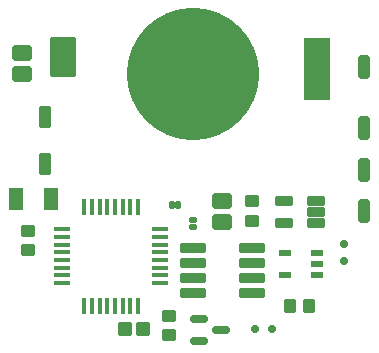
<source format=gbr>
%TF.GenerationSoftware,KiCad,Pcbnew,9.0.1*%
%TF.CreationDate,2025-06-29T22:28:52-07:00*%
%TF.ProjectId,Complete,436f6d70-6c65-4746-952e-6b696361645f,rev?*%
%TF.SameCoordinates,Original*%
%TF.FileFunction,Soldermask,Bot*%
%TF.FilePolarity,Negative*%
%FSLAX46Y46*%
G04 Gerber Fmt 4.6, Leading zero omitted, Abs format (unit mm)*
G04 Created by KiCad (PCBNEW 9.0.1) date 2025-06-29 22:28:52*
%MOMM*%
%LPD*%
G01*
G04 APERTURE LIST*
G04 Aperture macros list*
%AMRoundRect*
0 Rectangle with rounded corners*
0 $1 Rounding radius*
0 $2 $3 $4 $5 $6 $7 $8 $9 X,Y pos of 4 corners*
0 Add a 4 corners polygon primitive as box body*
4,1,4,$2,$3,$4,$5,$6,$7,$8,$9,$2,$3,0*
0 Add four circle primitives for the rounded corners*
1,1,$1+$1,$2,$3*
1,1,$1+$1,$4,$5*
1,1,$1+$1,$6,$7*
1,1,$1+$1,$8,$9*
0 Add four rect primitives between the rounded corners*
20,1,$1+$1,$2,$3,$4,$5,0*
20,1,$1+$1,$4,$5,$6,$7,0*
20,1,$1+$1,$6,$7,$8,$9,0*
20,1,$1+$1,$8,$9,$2,$3,0*%
G04 Aperture macros list end*
%ADD10RoundRect,0.150000X-0.350000X0.802500X-0.350000X-0.802500X0.350000X-0.802500X0.350000X0.802500X0*%
%ADD11RoundRect,0.150000X-0.587500X-0.150000X0.587500X-0.150000X0.587500X0.150000X-0.587500X0.150000X0*%
%ADD12R,1.346200X0.400000*%
%ADD13R,0.400000X1.346200*%
%ADD14RoundRect,0.150000X-0.150000X-0.200000X0.150000X-0.200000X0.150000X0.200000X-0.150000X0.200000X0*%
%ADD15RoundRect,0.102000X0.660400X0.279400X-0.660400X0.279400X-0.660400X-0.279400X0.660400X-0.279400X0*%
%ADD16RoundRect,0.150000X0.350000X0.850000X-0.350000X0.850000X-0.350000X-0.850000X0.350000X-0.850000X0*%
%ADD17RoundRect,0.144117X0.336272X0.855883X-0.336272X0.855883X-0.336272X-0.855883X0.336272X-0.855883X0*%
%ADD18RoundRect,0.102000X-0.445000X-0.465000X0.445000X-0.465000X0.445000X0.465000X-0.445000X0.465000X0*%
%ADD19C,11.204000*%
%ADD20RoundRect,0.102000X1.000000X2.550000X-1.000000X2.550000X-1.000000X-2.550000X1.000000X-2.550000X0*%
%ADD21RoundRect,0.102000X1.000000X1.550000X-1.000000X1.550000X-1.000000X-1.550000X1.000000X-1.550000X0*%
%ADD22RoundRect,0.102000X0.465000X-0.445000X0.465000X0.445000X-0.465000X0.445000X-0.465000X-0.445000X0*%
%ADD23RoundRect,0.102000X-0.465000X0.445000X-0.465000X-0.445000X0.465000X-0.445000X0.465000X0.445000X0*%
%ADD24RoundRect,0.102000X0.450000X0.485000X-0.450000X0.485000X-0.450000X-0.485000X0.450000X-0.485000X0*%
%ADD25RoundRect,0.102000X0.710000X-0.540000X0.710000X0.540000X-0.710000X0.540000X-0.710000X-0.540000X0*%
%ADD26RoundRect,0.102000X-0.710000X0.540000X-0.710000X-0.540000X0.710000X-0.540000X0.710000X0.540000X0*%
%ADD27RoundRect,0.133500X0.168500X-0.133500X0.168500X0.133500X-0.168500X0.133500X-0.168500X-0.133500X0*%
%ADD28RoundRect,0.146000X0.156000X-0.146000X0.156000X0.146000X-0.156000X0.146000X-0.156000X-0.146000X0*%
%ADD29RoundRect,0.102000X-0.485000X-0.865000X0.485000X-0.865000X0.485000X0.865000X-0.485000X0.865000X0*%
%ADD30RoundRect,0.099250X0.987750X0.297750X-0.987750X0.297750X-0.987750X-0.297750X0.987750X-0.297750X0*%
%ADD31RoundRect,0.150000X-0.200000X0.150000X-0.200000X-0.150000X0.200000X-0.150000X0.200000X0.150000X0*%
%ADD32R,0.977900X0.508000*%
%ADD33RoundRect,0.133500X-0.133500X-0.168500X0.133500X-0.168500X0.133500X0.168500X-0.133500X0.168500X0*%
%ADD34RoundRect,0.146000X-0.146000X-0.156000X0.146000X-0.156000X0.146000X0.156000X-0.146000X0.156000X0*%
G04 APERTURE END LIST*
D10*
%TO.C,BB_B1*%
X213500000Y-87500000D03*
X213500000Y-83500000D03*
%TD*%
D11*
%TO.C,Q1*%
X226500000Y-102500000D03*
X226500000Y-100600000D03*
X228375001Y-101550000D03*
%TD*%
D12*
%TO.C,U2*%
X223247500Y-93046201D03*
X223247500Y-93696199D03*
X223247500Y-94346201D03*
X223247500Y-94996199D03*
X223247500Y-95646201D03*
X223247500Y-96296199D03*
X223247500Y-96946201D03*
X223247500Y-97596199D03*
D13*
X221344199Y-99499500D03*
X220694201Y-99499500D03*
X220044199Y-99499500D03*
X219394201Y-99499500D03*
X218744199Y-99499500D03*
X218094201Y-99499500D03*
X217444199Y-99499500D03*
X216794201Y-99499500D03*
D12*
X214890900Y-97596199D03*
X214890900Y-96946201D03*
X214890900Y-96296199D03*
X214890900Y-95646201D03*
X214890900Y-94996199D03*
X214890900Y-94346201D03*
X214890900Y-93696199D03*
X214890900Y-93046201D03*
D13*
X216794201Y-91142900D03*
X217444199Y-91142900D03*
X218094201Y-91142900D03*
X218744199Y-91142900D03*
X219394201Y-91142900D03*
X220044199Y-91142900D03*
X220694201Y-91142900D03*
X221344199Y-91142900D03*
%TD*%
D14*
%TO.C,DB2*%
X232700000Y-101500000D03*
X231300000Y-101500000D03*
%TD*%
D15*
%TO.C,CHG1*%
X236440800Y-90620400D03*
X236440800Y-91560200D03*
X236440800Y-92500000D03*
X233697600Y-92500000D03*
X233697600Y-90620400D03*
%TD*%
D16*
%TO.C,POGO1*%
X240500000Y-84500000D03*
X240500000Y-88000000D03*
X240500000Y-91500000D03*
D17*
X240480389Y-79294519D03*
%TD*%
D18*
%TO.C,R4*%
X234186000Y-99500000D03*
X235814000Y-99500000D03*
%TD*%
D19*
%TO.C,BT1*%
X226000000Y-79900000D03*
D20*
X236500000Y-79450000D03*
D21*
X215000000Y-78450000D03*
%TD*%
D22*
%TO.C,R3*%
X224000000Y-102000000D03*
X224000000Y-100372000D03*
%TD*%
D23*
%TO.C,R2*%
X212000000Y-93186000D03*
X212000000Y-94814000D03*
%TD*%
D24*
%TO.C,R6*%
X221760000Y-101500000D03*
X220240000Y-101500000D03*
%TD*%
D25*
%TO.C,C1*%
X211500000Y-79895001D03*
X211500000Y-78104999D03*
%TD*%
D26*
%TO.C,C2*%
X228500000Y-90604999D03*
X228500000Y-92395001D03*
%TD*%
D27*
%TO.C,R8*%
X226000000Y-92805001D03*
D28*
X226000000Y-92220000D03*
%TD*%
D29*
%TO.C,R5*%
X211020000Y-90500000D03*
X213980000Y-90500000D03*
%TD*%
D30*
%TO.C,U3*%
X230975000Y-94595000D03*
X230975000Y-95865000D03*
X230975000Y-97135000D03*
X230975000Y-98405000D03*
X226025000Y-98405000D03*
X226025000Y-97135000D03*
X226025000Y-95865000D03*
X226025000Y-94595000D03*
%TD*%
D31*
%TO.C,DB1*%
X238756800Y-95700000D03*
X238756800Y-94300000D03*
%TD*%
D32*
%TO.C,U1*%
X236500050Y-95049999D03*
X236500050Y-96000000D03*
X236500050Y-96950001D03*
X233769550Y-96950001D03*
X233769550Y-95049999D03*
%TD*%
D33*
%TO.C,R7*%
X224194999Y-91000000D03*
D34*
X224780000Y-91000000D03*
%TD*%
D23*
%TO.C,R1*%
X231000000Y-90686000D03*
X231000000Y-92314000D03*
%TD*%
M02*

</source>
